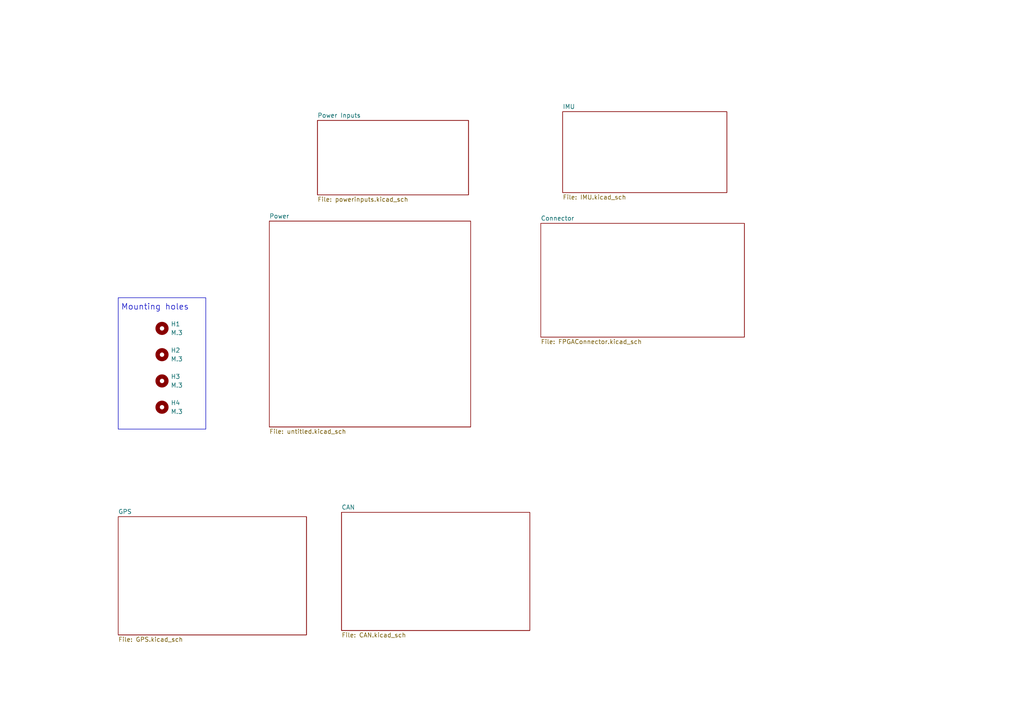
<source format=kicad_sch>
(kicad_sch
	(version 20250114)
	(generator "eeschema")
	(generator_version "9.0")
	(uuid "f13eb969-5de0-437e-a1b7-e0204111e0b2")
	(paper "A4")
	(lib_symbols
		(symbol "Mechanical:MountingHole"
			(pin_names
				(offset 1.016)
			)
			(exclude_from_sim no)
			(in_bom yes)
			(on_board yes)
			(property "Reference" "H"
				(at 0 5.08 0)
				(effects
					(font
						(size 1.27 1.27)
					)
				)
			)
			(property "Value" "MountingHole"
				(at 0 3.175 0)
				(effects
					(font
						(size 1.27 1.27)
					)
				)
			)
			(property "Footprint" ""
				(at 0 0 0)
				(effects
					(font
						(size 1.27 1.27)
					)
					(hide yes)
				)
			)
			(property "Datasheet" "~"
				(at 0 0 0)
				(effects
					(font
						(size 1.27 1.27)
					)
					(hide yes)
				)
			)
			(property "Description" "Mounting Hole without connection"
				(at 0 0 0)
				(effects
					(font
						(size 1.27 1.27)
					)
					(hide yes)
				)
			)
			(property "ki_keywords" "mounting hole"
				(at 0 0 0)
				(effects
					(font
						(size 1.27 1.27)
					)
					(hide yes)
				)
			)
			(property "ki_fp_filters" "MountingHole*"
				(at 0 0 0)
				(effects
					(font
						(size 1.27 1.27)
					)
					(hide yes)
				)
			)
			(symbol "MountingHole_0_1"
				(circle
					(center 0 0)
					(radius 1.27)
					(stroke
						(width 1.27)
						(type default)
					)
					(fill
						(type none)
					)
				)
			)
			(embedded_fonts no)
		)
	)
	(rectangle
		(start 34.29 86.36)
		(end 59.69 124.46)
		(stroke
			(width 0)
			(type default)
		)
		(fill
			(type none)
		)
		(uuid 05abe79c-c681-4eb9-bfb7-84d91101d2ef)
	)
	(text "Mounting holes"
		(exclude_from_sim no)
		(at 44.958 89.154 0)
		(effects
			(font
				(size 1.7018 1.7018)
			)
		)
		(uuid "ffa9d5a3-ae94-4632-8462-707fb0040170")
	)
	(symbol
		(lib_id "Mechanical:MountingHole")
		(at 46.99 110.49 0)
		(unit 1)
		(exclude_from_sim no)
		(in_bom no)
		(on_board yes)
		(dnp no)
		(fields_autoplaced yes)
		(uuid "06ccc400-4b59-43d8-aebb-23ae530046fc")
		(property "Reference" "H3"
			(at 49.53 109.2199 0)
			(effects
				(font
					(size 1.27 1.27)
				)
				(justify left)
			)
		)
		(property "Value" "M.3"
			(at 49.53 111.7599 0)
			(effects
				(font
					(size 1.27 1.27)
				)
				(justify left)
			)
		)
		(property "Footprint" "MountingHole:MountingHole_3mm"
			(at 46.99 110.49 0)
			(effects
				(font
					(size 1.27 1.27)
				)
				(hide yes)
			)
		)
		(property "Datasheet" "~"
			(at 46.99 110.49 0)
			(effects
				(font
					(size 1.27 1.27)
				)
				(hide yes)
			)
		)
		(property "Description" "Mounting Hole without connection"
			(at 46.99 110.49 0)
			(effects
				(font
					(size 1.27 1.27)
				)
				(hide yes)
			)
		)
		(property "Link" ""
			(at 46.99 110.49 0)
			(effects
				(font
					(size 1.27 1.27)
				)
				(hide yes)
			)
		)
		(property "P/N" ""
			(at 46.99 110.49 0)
			(effects
				(font
					(size 1.27 1.27)
				)
				(hide yes)
			)
		)
		(instances
			(project "TSOMProject"
				(path "/f13eb969-5de0-437e-a1b7-e0204111e0b2"
					(reference "H3")
					(unit 1)
				)
			)
		)
	)
	(symbol
		(lib_id "Mechanical:MountingHole")
		(at 46.99 118.11 0)
		(unit 1)
		(exclude_from_sim no)
		(in_bom no)
		(on_board yes)
		(dnp no)
		(fields_autoplaced yes)
		(uuid "a8cbc940-5e6a-4ee8-bd0f-0aa904e243b2")
		(property "Reference" "H4"
			(at 49.53 116.8399 0)
			(effects
				(font
					(size 1.27 1.27)
				)
				(justify left)
			)
		)
		(property "Value" "M.3"
			(at 49.53 119.3799 0)
			(effects
				(font
					(size 1.27 1.27)
				)
				(justify left)
			)
		)
		(property "Footprint" "MountingHole:MountingHole_3mm"
			(at 46.99 118.11 0)
			(effects
				(font
					(size 1.27 1.27)
				)
				(hide yes)
			)
		)
		(property "Datasheet" "~"
			(at 46.99 118.11 0)
			(effects
				(font
					(size 1.27 1.27)
				)
				(hide yes)
			)
		)
		(property "Description" "Mounting Hole without connection"
			(at 46.99 118.11 0)
			(effects
				(font
					(size 1.27 1.27)
				)
				(hide yes)
			)
		)
		(property "Link" ""
			(at 46.99 118.11 0)
			(effects
				(font
					(size 1.27 1.27)
				)
				(hide yes)
			)
		)
		(property "P/N" ""
			(at 46.99 118.11 0)
			(effects
				(font
					(size 1.27 1.27)
				)
				(hide yes)
			)
		)
		(instances
			(project "TSOMProject"
				(path "/f13eb969-5de0-437e-a1b7-e0204111e0b2"
					(reference "H4")
					(unit 1)
				)
			)
		)
	)
	(symbol
		(lib_id "Mechanical:MountingHole")
		(at 46.99 102.87 0)
		(unit 1)
		(exclude_from_sim no)
		(in_bom no)
		(on_board yes)
		(dnp no)
		(fields_autoplaced yes)
		(uuid "bfce613e-c6c1-495f-84f0-346b84ec00d1")
		(property "Reference" "H2"
			(at 49.53 101.5999 0)
			(effects
				(font
					(size 1.27 1.27)
				)
				(justify left)
			)
		)
		(property "Value" "M.3"
			(at 49.53 104.1399 0)
			(effects
				(font
					(size 1.27 1.27)
				)
				(justify left)
			)
		)
		(property "Footprint" "MountingHole:MountingHole_3mm"
			(at 46.99 102.87 0)
			(effects
				(font
					(size 1.27 1.27)
				)
				(hide yes)
			)
		)
		(property "Datasheet" "~"
			(at 46.99 102.87 0)
			(effects
				(font
					(size 1.27 1.27)
				)
				(hide yes)
			)
		)
		(property "Description" "Mounting Hole without connection"
			(at 46.99 102.87 0)
			(effects
				(font
					(size 1.27 1.27)
				)
				(hide yes)
			)
		)
		(property "Link" ""
			(at 46.99 102.87 0)
			(effects
				(font
					(size 1.27 1.27)
				)
				(hide yes)
			)
		)
		(property "P/N" ""
			(at 46.99 102.87 0)
			(effects
				(font
					(size 1.27 1.27)
				)
				(hide yes)
			)
		)
		(instances
			(project "TSOMProject"
				(path "/f13eb969-5de0-437e-a1b7-e0204111e0b2"
					(reference "H2")
					(unit 1)
				)
			)
		)
	)
	(symbol
		(lib_id "Mechanical:MountingHole")
		(at 46.99 95.25 0)
		(unit 1)
		(exclude_from_sim no)
		(in_bom no)
		(on_board yes)
		(dnp no)
		(fields_autoplaced yes)
		(uuid "ee58b617-7bc9-4537-9cba-dd0dcc4696b6")
		(property "Reference" "H1"
			(at 49.53 93.9799 0)
			(effects
				(font
					(size 1.27 1.27)
				)
				(justify left)
			)
		)
		(property "Value" "M.3"
			(at 49.53 96.5199 0)
			(effects
				(font
					(size 1.27 1.27)
				)
				(justify left)
			)
		)
		(property "Footprint" "MountingHole:MountingHole_3mm"
			(at 46.99 95.25 0)
			(effects
				(font
					(size 1.27 1.27)
				)
				(hide yes)
			)
		)
		(property "Datasheet" "~"
			(at 46.99 95.25 0)
			(effects
				(font
					(size 1.27 1.27)
				)
				(hide yes)
			)
		)
		(property "Description" "Mounting Hole without connection"
			(at 46.99 95.25 0)
			(effects
				(font
					(size 1.27 1.27)
				)
				(hide yes)
			)
		)
		(property "Link" ""
			(at 46.99 95.25 0)
			(effects
				(font
					(size 1.27 1.27)
				)
				(hide yes)
			)
		)
		(property "P/N" ""
			(at 46.99 95.25 0)
			(effects
				(font
					(size 1.27 1.27)
				)
				(hide yes)
			)
		)
		(instances
			(project "TSOMProject"
				(path "/f13eb969-5de0-437e-a1b7-e0204111e0b2"
					(reference "H1")
					(unit 1)
				)
			)
		)
	)
	(sheet
		(at 92.075 34.925)
		(size 43.815 21.59)
		(exclude_from_sim no)
		(in_bom yes)
		(on_board yes)
		(dnp no)
		(fields_autoplaced yes)
		(stroke
			(width 0.1524)
			(type solid)
		)
		(fill
			(color 0 0 0 0.0000)
		)
		(uuid "3dfa5878-c6a8-4afa-a50e-575ab1e49328")
		(property "Sheetname" "Power Inputs"
			(at 92.075 34.2134 0)
			(effects
				(font
					(size 1.27 1.27)
				)
				(justify left bottom)
			)
		)
		(property "Sheetfile" "powerinputs.kicad_sch"
			(at 92.075 57.0996 0)
			(effects
				(font
					(size 1.27 1.27)
				)
				(justify left top)
			)
		)
		(instances
			(project "TSOMProject"
				(path "/f13eb969-5de0-437e-a1b7-e0204111e0b2"
					(page "8")
				)
			)
		)
	)
	(sheet
		(at 156.845 64.77)
		(size 59.055 33.02)
		(exclude_from_sim no)
		(in_bom yes)
		(on_board yes)
		(dnp no)
		(fields_autoplaced yes)
		(stroke
			(width 0.1524)
			(type solid)
		)
		(fill
			(color 0 0 0 0.0000)
		)
		(uuid "555dcf2f-9cf7-4916-9b4f-3a8f620095c0")
		(property "Sheetname" "Connector"
			(at 156.845 64.0584 0)
			(effects
				(font
					(size 1.27 1.27)
				)
				(justify left bottom)
			)
		)
		(property "Sheetfile" "FPGAConnector.kicad_sch"
			(at 156.845 98.3746 0)
			(effects
				(font
					(size 1.27 1.27)
				)
				(justify left top)
			)
		)
		(instances
			(project "TSOMProject"
				(path "/f13eb969-5de0-437e-a1b7-e0204111e0b2"
					(page "7")
				)
			)
		)
	)
	(sheet
		(at 78.105 64.135)
		(size 58.42 59.69)
		(exclude_from_sim no)
		(in_bom yes)
		(on_board yes)
		(dnp no)
		(fields_autoplaced yes)
		(stroke
			(width 0.1524)
			(type solid)
		)
		(fill
			(color 0 0 0 0.0000)
		)
		(uuid "5da8fdf4-ad8c-47df-b08e-df168b9b0cb6")
		(property "Sheetname" "Power"
			(at 78.105 63.4234 0)
			(effects
				(font
					(size 1.27 1.27)
				)
				(justify left bottom)
			)
		)
		(property "Sheetfile" "untitled.kicad_sch"
			(at 78.105 124.4096 0)
			(effects
				(font
					(size 1.27 1.27)
				)
				(justify left top)
			)
		)
		(instances
			(project "TSOMProject"
				(path "/f13eb969-5de0-437e-a1b7-e0204111e0b2"
					(page "2")
				)
			)
		)
	)
	(sheet
		(at 34.29 149.86)
		(size 54.61 34.29)
		(exclude_from_sim no)
		(in_bom yes)
		(on_board yes)
		(dnp no)
		(fields_autoplaced yes)
		(stroke
			(width 0.1524)
			(type solid)
		)
		(fill
			(color 0 0 0 0.0000)
		)
		(uuid "d8680ae9-0acb-42e1-892b-ebdc48294ea6")
		(property "Sheetname" "GPS"
			(at 34.29 149.1484 0)
			(effects
				(font
					(size 1.27 1.27)
				)
				(justify left bottom)
			)
		)
		(property "Sheetfile" "GPS.kicad_sch"
			(at 34.29 184.7346 0)
			(effects
				(font
					(size 1.27 1.27)
				)
				(justify left top)
			)
		)
		(instances
			(project "TSOMProject"
				(path "/f13eb969-5de0-437e-a1b7-e0204111e0b2"
					(page "4")
				)
			)
		)
	)
	(sheet
		(at 99.06 148.59)
		(size 54.61 34.29)
		(exclude_from_sim no)
		(in_bom yes)
		(on_board yes)
		(dnp no)
		(fields_autoplaced yes)
		(stroke
			(width 0.1524)
			(type solid)
		)
		(fill
			(color 0 0 0 0.0000)
		)
		(uuid "deed15db-a132-4198-8ee6-126292ab05fe")
		(property "Sheetname" "CAN"
			(at 99.06 147.8784 0)
			(effects
				(font
					(size 1.27 1.27)
				)
				(justify left bottom)
			)
		)
		(property "Sheetfile" "CAN.kicad_sch"
			(at 99.06 183.4646 0)
			(effects
				(font
					(size 1.27 1.27)
				)
				(justify left top)
			)
		)
		(instances
			(project "TSOMProject"
				(path "/f13eb969-5de0-437e-a1b7-e0204111e0b2"
					(page "3")
				)
			)
		)
	)
	(sheet
		(at 163.195 32.385)
		(size 47.625 23.495)
		(exclude_from_sim no)
		(in_bom yes)
		(on_board yes)
		(dnp no)
		(fields_autoplaced yes)
		(stroke
			(width 0.1524)
			(type solid)
		)
		(fill
			(color 0 0 0 0.0000)
		)
		(uuid "ef6d8fcc-1a96-4a17-99c8-973fa999e378")
		(property "Sheetname" "IMU"
			(at 163.195 31.6734 0)
			(effects
				(font
					(size 1.27 1.27)
				)
				(justify left bottom)
			)
		)
		(property "Sheetfile" "IMU.kicad_sch"
			(at 163.195 56.4646 0)
			(effects
				(font
					(size 1.27 1.27)
				)
				(justify left top)
			)
		)
		(instances
			(project "TSOMProject"
				(path "/f13eb969-5de0-437e-a1b7-e0204111e0b2"
					(page "7")
				)
			)
		)
	)
	(sheet_instances
		(path "/"
			(page "1")
		)
	)
	(embedded_fonts no)
)

</source>
